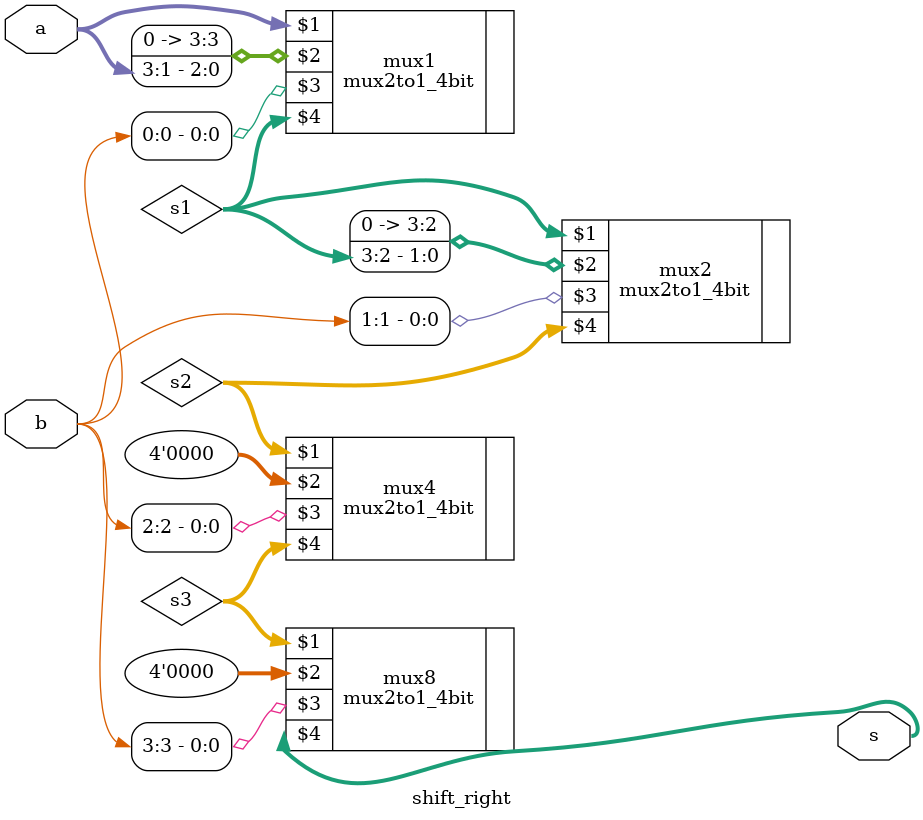
<source format=sv>
module shift_right(a,b,s);
   input logic [3:0] a;
   input logic [3:0] b;

   output logic [3:0] s;

   wire logic[3:0] s1, s2, s3;


   mux2to1_4bit mux1(a,   {1'b0,a[3:1]},  b[0], s1);
   mux2to1_4bit mux2(s1,  {2'b0,s1[3:2]}, b[1], s2);
   mux2to1_4bit mux4(s2,  4'b0, b[2],  s3);
   mux2to1_4bit mux8(s3,  4'b0, b[3],  s);
endmodule

</source>
